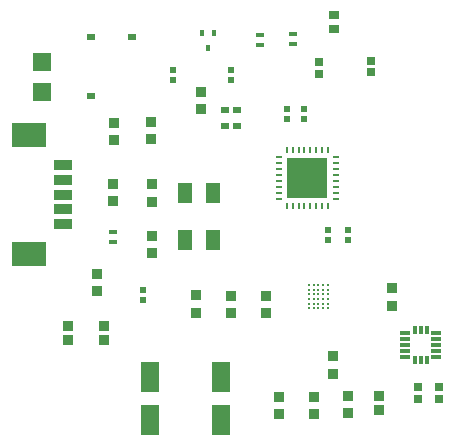
<source format=gbr>
%TF.GenerationSoftware,Altium Limited,Altium Designer,21.2.0 (30)*%
G04 Layer_Color=8421504*
%FSLAX45Y45*%
%MOMM*%
%TF.SameCoordinates,6E67B6D2-48A1-4C3A-8D5B-8FB38F647B41*%
%TF.FilePolarity,Positive*%
%TF.FileFunction,Paste,Top*%
%TF.Part,Single*%
G01*
G75*
%TA.AperFunction,SMDPad,CuDef*%
%ADD11O,0.60000X0.25000*%
%ADD12O,0.25000X0.60000*%
%ADD13R,3.45000X3.45000*%
%ADD14R,0.90000X0.75000*%
%ADD15R,0.72000X0.76000*%
%ADD16R,0.65000X0.35000*%
%ADD17R,0.55000X0.60000*%
%ADD18R,0.70000X0.60000*%
%ADD19R,0.35600X0.50800*%
%ADD20R,0.91213X0.95814*%
%ADD21R,1.20000X1.80000*%
%TA.AperFunction,BGAPad,CuDef*%
%ADD22C,0.23000*%
%TA.AperFunction,SMDPad,CuDef*%
%ADD23R,0.85822X0.90606*%
%TA.AperFunction,ConnectorPad*%
%ADD24R,0.92500X0.30000*%
%ADD25R,0.30000X0.80000*%
%TA.AperFunction,SMDPad,CuDef*%
%ADD26R,1.60000X2.60000*%
%ADD29R,0.70000X0.50000*%
%ADD30R,1.50000X1.50000*%
%TA.AperFunction,ConnectorPad*%
%ADD31R,1.60000X0.81000*%
%ADD32R,3.00000X2.10000*%
D11*
X2905320Y2580055D02*
D03*
Y2530055D02*
D03*
Y2480055D02*
D03*
Y2430055D02*
D03*
Y2380055D02*
D03*
Y2330056D02*
D03*
Y2280056D02*
D03*
Y2230056D02*
D03*
X2425321D02*
D03*
Y2280056D02*
D03*
Y2330056D02*
D03*
Y2380055D02*
D03*
Y2430055D02*
D03*
Y2480055D02*
D03*
Y2530055D02*
D03*
Y2580055D02*
D03*
D12*
X2840320Y2165056D02*
D03*
X2790320D02*
D03*
X2740320D02*
D03*
X2690321D02*
D03*
X2640321D02*
D03*
X2590321D02*
D03*
X2540321D02*
D03*
X2490321D02*
D03*
Y2645055D02*
D03*
X2540321D02*
D03*
X2590321D02*
D03*
X2640321D02*
D03*
X2690321D02*
D03*
X2740320D02*
D03*
X2790320D02*
D03*
X2840320D02*
D03*
D13*
X2665321Y2405055D02*
D03*
D14*
X2890610Y3665385D02*
D03*
Y3785385D02*
D03*
D15*
X2762500Y3384000D02*
D03*
Y3286000D02*
D03*
X3605000Y533500D02*
D03*
Y631500D02*
D03*
X3777500Y536000D02*
D03*
Y634000D02*
D03*
X3200000Y3399000D02*
D03*
Y3301000D02*
D03*
D16*
X2262960Y3617247D02*
D03*
Y3532247D02*
D03*
X2546236Y3536880D02*
D03*
Y3621880D02*
D03*
X1019378Y1865623D02*
D03*
Y1950623D02*
D03*
D17*
X2014862Y3320927D02*
D03*
Y3235927D02*
D03*
X2635000Y2987500D02*
D03*
Y2902500D02*
D03*
X2490000D02*
D03*
Y2987500D02*
D03*
X1524221Y3321769D02*
D03*
Y3236769D02*
D03*
X1277083Y1368803D02*
D03*
Y1453803D02*
D03*
X2840000Y1960923D02*
D03*
Y1875923D02*
D03*
X3010000Y1963423D02*
D03*
Y1878423D02*
D03*
D18*
X1967500Y2842500D02*
D03*
Y2982500D02*
D03*
X2067500Y2842500D02*
D03*
Y2982500D02*
D03*
D19*
X1826022Y3502559D02*
D03*
X1776022Y3632059D02*
D03*
X1876022D02*
D03*
D20*
X1767500Y3132699D02*
D03*
Y2987301D02*
D03*
X1345000Y2732101D02*
D03*
Y2877500D02*
D03*
X1030748Y2874268D02*
D03*
Y2728869D02*
D03*
X1348515Y2205354D02*
D03*
Y2350753D02*
D03*
X1021232Y2206016D02*
D03*
Y2351415D02*
D03*
X1350454Y1915347D02*
D03*
Y1769949D02*
D03*
X880000Y1590199D02*
D03*
Y1444801D02*
D03*
X1720000Y1264801D02*
D03*
Y1410199D02*
D03*
X2015000Y1259801D02*
D03*
Y1405199D02*
D03*
X2317500Y1262101D02*
D03*
Y1407500D02*
D03*
X3380000Y1470199D02*
D03*
Y1324801D02*
D03*
X2880000Y748939D02*
D03*
Y894338D02*
D03*
X3005000Y557699D02*
D03*
Y412301D02*
D03*
X2717500Y552699D02*
D03*
Y407301D02*
D03*
X2425000Y550199D02*
D03*
Y404801D02*
D03*
D21*
X1870000Y1877500D02*
D03*
Y2277500D02*
D03*
X1630000D02*
D03*
Y1877500D02*
D03*
D22*
X2839022Y1339909D02*
D03*
Y1379909D02*
D03*
Y1419909D02*
D03*
X2799022Y1299909D02*
D03*
Y1339909D02*
D03*
Y1379909D02*
D03*
Y1419909D02*
D03*
X2759022Y1299909D02*
D03*
Y1339909D02*
D03*
Y1379909D02*
D03*
Y1419909D02*
D03*
X2719022Y1299909D02*
D03*
Y1339909D02*
D03*
Y1379909D02*
D03*
Y1419909D02*
D03*
X2679022Y1299909D02*
D03*
Y1339909D02*
D03*
Y1379909D02*
D03*
Y1419909D02*
D03*
X2839022Y1459909D02*
D03*
X2799022D02*
D03*
X2759022D02*
D03*
X2719022D02*
D03*
X2679022D02*
D03*
X2839022Y1499909D02*
D03*
X2799022D02*
D03*
X2759022D02*
D03*
X2719022D02*
D03*
X2679022D02*
D03*
X2839022Y1299909D02*
D03*
D23*
X635000Y1147608D02*
D03*
Y1032392D02*
D03*
X942500Y1147608D02*
D03*
Y1032392D02*
D03*
X3275000Y555108D02*
D03*
Y439892D02*
D03*
D24*
X3495711Y890542D02*
D03*
Y1090542D02*
D03*
Y1040542D02*
D03*
Y940542D02*
D03*
Y990542D02*
D03*
X3753261Y890542D02*
D03*
Y1090542D02*
D03*
Y1040542D02*
D03*
Y940542D02*
D03*
Y990542D02*
D03*
D25*
X3574511Y1118042D02*
D03*
X3624511D02*
D03*
X3674511D02*
D03*
X3574511Y863042D02*
D03*
X3624511D02*
D03*
X3674511D02*
D03*
D26*
X1336506Y355734D02*
D03*
Y715733D02*
D03*
X1936652Y718787D02*
D03*
Y358788D02*
D03*
D29*
X1182500Y3600000D02*
D03*
X832500Y3100000D02*
D03*
Y3600000D02*
D03*
D30*
X415237Y3386105D02*
D03*
Y3136105D02*
D03*
D31*
X594291Y2013938D02*
D03*
Y2138938D02*
D03*
Y2388938D02*
D03*
Y2513938D02*
D03*
Y2263938D02*
D03*
D32*
X304291Y2768938D02*
D03*
Y1758938D02*
D03*
%TF.MD5,684fa16f22bf8c4b6bb74cbae63c877e*%
M02*

</source>
